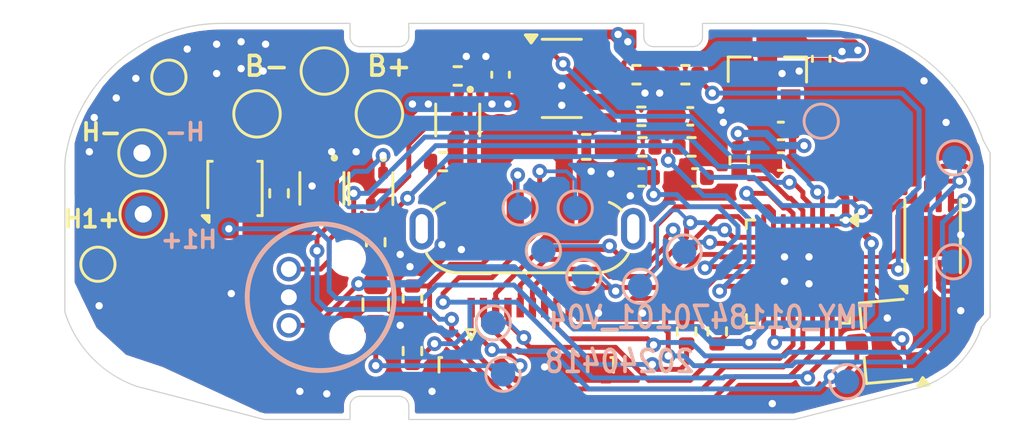
<source format=kicad_pcb>
(kicad_pcb (version 20241229) (generator "pcbnew") (generator_version "9.0")
  (layers (0 "F.Cu" signal) (2 "B.Cu" signal) (13 "F.Paste" user) (15 "B.Paste" user) (5 "F.SilkS" user "F.Silkscreen") (7 "B.SilkS" user "B.Silkscreen") (1 "F.Mask" user) (3 "B.Mask" user) (25 "Edge.Cuts" user))
  (net 0 "")
  (net 2 "Net-(J1-Pin_1)")
  (net 7 "GND")
  (net 10 "/~{NOR_CS}")
  (net 11 "/NOR_PWR")
  (net 12 "/PA2")
  (net 13 "/PA3")
  (net 14 "/PA4")
  (net 15 "/PA10")
  (net 16 "/PA1")
  (net 17 "/BL")
  (net 18 "/SWDIO")
  (net 19 "/SWCLK")
  (net 20 "Net-(Q1-G)")
  (net 21 "+4V")
  (net 22 "/HTR")
  (net 23 "Net-(Q3-C)")
  (net 24 "Net-(Q4-D)")
  (net 25 "Net-(F1-Pad1)")
  (net 26 "/VBAT_SENSE")
  (net 27 "/NRST")
  (net 28 "/~{CHRG}")
  (net 29 "Net-(U3-PROG)")
  (net 30 "/CHRG_CUR")
  (net 31 "Net-(U3-VCC)")
  (net 32 "Net-(C4-Pad1)")
  (net 33 "/VBUS_SENSE")
  (net 34 "/MIC")
  (net 35 "/HTR_SENSE")
  (net 36 "/~{HTR_SNS_EN}")
  (net 37 "+3V3")
  (net 39 "/SPI_SCK")
  (net 40 "/SPI_MOSI")
  (net 41 "/SPI_MISO")
  (net 42 "/LED_CATHODE")
  (net 43 "/LED_ANODE")
  (footprint "Capacitor_SMD:C_0402_1005Metric" (layer "F.Cu") (at 151.35 94.55 180)
    (property "Reference" "C3" (hide yes))
    (property "Value" "0.1uF")
  )
  (footprint "TestPoint:TestPoint_Pad_D1.0mm" (layer "F.Cu") (at 126.95 98.1)
    (property "Reference" "TP15" (hide yes))
    (property "Value" "H1+")
  )
  (footprint "Resistor_SMD:R_0402_1005Metric" (layer "F.Cu") (at 141.05 93.9 180)
    (property "Reference" "R3" (hide yes))
    (property "Value" "30K")
  )
  (footprint "Package_SO:TSOP-5_1.65x3.05mm_P0.95mm" (layer "F.Cu") (at 145.9 90.5)
    (property "Reference" "U3" (hide yes))
    (property "Value" "TP4054")
  )
  (footprint "TestPoint:TestPoint_THTPad_D1.5mm_Drill0.7mm" (layer "F.Cu") (at 128.75 93.55)
    (property "Reference" "J2" (hide yes))
    (property "Value" "H-")
  )
  (footprint "Resistor_SMD:R_0402_1005Metric" (layer "F.Cu") (at 149.2 93.3 180)
    (property "Reference" "R9" (hide yes))
    (property "Value" "10K")
  )
  (footprint "Package_DFN_QFN:QFN-32-1EP_4x4mm_P0.4mm_EP2.9x2.9mm" (layer "F.Cu") (at 155.55 98.4 -90)
    (property "Reference" "U1" (hide yes))
    (property "Value" "CS32F031K8V6")
  )
  (footprint "VapeRE:UNK_FPC_1x10-1MP_P0.5mm_Horizontal" (layer "F.Cu") (at 144.45 99.875)
    (property "Reference" "J3" (hide yes))
    (property "Value" "LCD")
  )
  (footprint "TestPoint:TestPoint_Pad_D1.5mm" (layer "F.Cu") (at 136.2 90.2)
    (property "Reference" "TP17" (hide yes))
    (property "Value" "B+")
  )
  (footprint "TestPoint:TestPoint_Pad_D1.0mm" (layer "F.Cu") (at 129.85 90.45)
    (property "Reference" "TP16" (hide yes))
    (property "Value" "H-")
  )
  (footprint "VapeRE:USB_C_Receptacle_TYPE-C-VERT" (layer "F.Cu") (at 144.5 96.65)
    (property "Reference" "USB1" (hide yes))
    (property "Value" "USB_C_Receptacle_PowerOnly_6P")
  )
  (footprint "Package_SON:Texas_DQK" (layer "F.Cu") (at 132.55 95 90)
    (property "Reference" "Q1" (hide yes))
    (property "Value" "12P10V")
  )
  (footprint "Package_TO_SOT_SMD:SOT-523" (layer "F.Cu") (at 136.1 95 -90)
    (property "Reference" "Q2" (hide yes))
    (property "Value" "DTC143E")
  )
  (footprint "Resistor_SMD:R_0402_1005Metric" (layer "F.Cu") (at 139.8 99.5 90)
    (property "Reference" "R11" (hide yes))
    (property "Value" "5.1K")
  )
  (footprint "Capacitor_SMD:C_0402_1005Metric" (layer "F.Cu") (at 143.4 90.35 90)
    (property "Reference" "C1" (hide yes))
    (property "Value" "1uF")
  )
  (footprint "Capacitor_SMD:C_0402_1005Metric" (layer "F.Cu") (at 151.15 92.05)
    (property "Reference" "C4" (hide yes))
    (property "Value" "4.7uF")
  )
  (footprint "Resistor_SMD:R_0603_1608Metric" (layer "F.Cu") (at 138.3 99.75 90)
    (property "Reference" "R5" (hide yes))
    (property "Value" "2")
  )
  (footprint "Capacitor_SMD:C_0402_1005Metric" (layer "F.Cu") (at 149.15 94.55 180)
    (property "Reference" "C2" (hide yes))
    (property "Value" "0.01uF")
  )
  (footprint "Resistor_SMD:R_0402_1005Metric" (layer "F.Cu") (at 141.65 90.4)
    (property "Reference" "R2" (hide yes))
    (property "Value" "10K")
  )
  (footprint "Capacitor_SMD:C_0402_1005Metric" (layer "F.Cu") (at 156.5 89.7 -90)
    (property "Reference" "C7" (hide yes))
    (property "Value" "4.7uF")
  )
  (footprint "Resistor_SMD:R_0402_1005Metric" (layer "F.Cu") (at 152.25 100.85 90)
    (property "Reference" "R14" (hide yes))
    (property "Value" "2K")
  )
  (footprint "Resistor_SMD:R_0402_1005Metric" (layer "F.Cu") (at 151 100.85 90)
    (property "Reference" "R13" (hide yes))
    (property "Value" "1K")
  )
  (footprint "Resistor_SMD:R_0402_1005Metric" (layer "F.Cu") (at 134.35 95.2 -90)
    (property "Reference" "R1" (hide yes))
    (property "Value" "1K")
  )
  (footprint "Package_SON:Winbond_USON-8-1EP_3x2mm_P0.5mm_EP0.2x1.6mm" (layer "F.Cu") (at 161.05 96.95 90)
    (property "Reference" "U2" (hide yes))
    (property "Value" "ZB 25VQ32")
  )
  (footprint "Resistor_SMD:R_0402_1005Metric" (layer "F.Cu") (at 148.95 90.35 180)
    (property "Reference" "R6" (hide yes))
    (property "Value" "1K")
  )
  (footprint "Resistor_SMD:R_0402_1005Metric" (layer "F.Cu") (at 153.15 93.85 90)
    (property "Reference" "R15" (hide yes))
    (property "Value" "10K")
  )
  (footprint "TestPoint:TestPoint_THTPad_D1.5mm_Drill0.7mm" (layer "F.Cu") (at 128.8 96.05)
    (property "Reference" "J1" (hide yes))
    (property "Value" "H1+")
  )
  (footprint "Capacitor_SMD:C_0402_1005Metric" (layer "F.Cu") (at 154.85 92.65 180)
    (property "Reference" "C5" (hide yes))
    (property "Value" "4.7uF")
  )
  (footprint "Resistor_SMD:R_0402_1005Metric" (layer "F.Cu") (at 151.2 93.3 180)
    (property "Reference" "R10" (hide yes))
    (property "Value" "1K")
  )
  (footprint "Fuse:Fuse_0603_1608Metric" (layer "F.Cu") (at 146.9 93.3)
    (property "Reference" "F1" (hide yes))
    (property "Value" "Polyfuse_Small")
  )
  (footprint "TestPoint:TestPoint_Pad_D1.5mm" (layer "F.Cu") (at 138.45 91.95)
    (property "Reference" "TP1" (hide yes))
    (property "Value" "B+")
  )
  (footprint "Active:SOT95P230X117-3" (layer "F.Cu") (at 154.3 90.4 90)
    (property "Reference" "U4" (hide yes))
    (property "Value" "LDO")
  )
  (footprint "TestPoint:TestPoint_Pad_D1.5mm" (layer "F.Cu") (at 133.45 91.95)
    (property "Reference" "TP2" (hide yes))
    (property "Value" "B-")
  )
  (footprint "Package_TO_SOT_SMD:SOT-523" (layer "F.Cu") (at 141.65 92.2 -90)
    (property "Reference" "Q4" (hide yes))
    (property "Value" "CJE3139K")
  )
  (footprint "Package_TO_SOT_SMD:SOT-523" (layer "F.Cu") (at 138.1 95.0125 -90)
    (property "Reference" "Q3" (hide yes))
    (property "Value" "DTC143E")
  )
  (footprint "Package_TO_SOT_SMD:SC-59" (layer "F.Cu") (at 159.15 101.25 -175)
    (property "Reference" "Q5" (hide yes))
    (property "Value" "LMUN2232LT1G")
  )
  (footprint "Resistor_SMD:R_0402_1005Metric" (layer "F.Cu") (at 138.3 97.2 90)
    (property "Reference" "R4" (hide yes))
    (property "Value" "10K")
  )
  (footprint "Resistor_SMD:R_0402_1005Metric" (layer "F.Cu") (at 150.95 90.35 180)
    (property "Reference" "R7" (hide yes))
    (property "Value" "1.8K")
  )
  (footprint "Capacitor_SMD:C_0402_1005Metric" (layer "F.Cu") (at 154.85 93.9 180)
    (property "Reference" "C6" (hide yes))
    (property "Value" "0.1uF")
  )
  (footprint "Resistor_SMD:R_0402_1005Metric" (layer "F.Cu") (at 149.15 92.05 180)
    (property "Reference" "R8" (hide yes))
    (property "Value" "2")
  )
  (footprint "Resistor_SMD:R_0402_1005Metric" (layer "F.Cu") (at 139.8 101.65 -90)
    (property "Reference" "R12" (hide yes))
    (property "Value" "5.1K")
  )
  (footprint "TestPoint:TestPoint_Pad_D1.0mm" (layer "B.Cu") (at 143.1 100.5)
    (property "Reference" "TP13" (hide yes))
    (property "Value" "PA10")
  )
  (footprint "TestPoint:TestPoint_Pad_D1.0mm" (layer "B.Cu") (at 156.5 92.25)
    (property "Reference" "TP14" (hide yes))
    (property "Value" "GND")
  )
  (footprint "TestPoint:TestPoint_Pad_D1.0mm" (layer "B.Cu") (at 144.2 95.8)
    (property "Reference" "TP3" (hide yes))
    (property "Value" "SWDIO")
  )
  (footprint "TestPoint:TestPoint_Pad_D1.0mm" (layer "B.Cu") (at 161.9 98)
    (property "Reference" "TP10" (hide yes))
    (property "Value" "DI" (hide yes))
  )
  (footprint "TestPoint:TestPoint_Pad_D1.0mm" (layer "B.Cu") (at 146.8 98.6)
    (property "Reference" "TP6" (hide yes))
    (property "Value" "PA2")
  )
  (footprint "TestPoint:TestPoint_Pad_D1.0mm" (layer "B.Cu") (at 149.1 99)
    (property "Reference" "TP7" (hide yes))
    (property "Value" "PA3")
  )
  (footprint "TestPoint:TestPoint_Pad_D1.0mm" (layer "B.Cu") (at 143.5 102.6)
    (property "Reference" "TP12" (hide yes))
    (property "Value" "BL_A")
  )
  (footprint "Active:MIC_3P_Alt" (layer "B.Cu") (at 134.75 99.45)
    (property "Reference" "MIC1" (hide yes))
    (property "Value" "Conn_01x03")
  )
  (footprint "TestPoint:TestPoint_Pad_D1.0mm" (layer "B.Cu") (at 146.45 95.8)
    (property "Reference" "TP4" (hide yes))
    (property "Value" "SWCLK" (hide yes))
  )
  (footprint "TestPoint:TestPoint_Pad_D1.0mm" (layer "B.Cu") (at 145.15 97.55)
    (property "Reference" "TP5" (hide yes))
    (property "Value" "PA1")
  )
  (footprint "TestPoint:TestPoint_Pad_D1.0mm" (layer "B.Cu") (at 150.9 97.6)
    (property "Reference" "TP8" (hide yes))
    (property "Value" "PA4")
  )
  (footprint "TestPoint:TestPoint_Pad_D1.0mm" (layer "B.Cu") (at 161.95 93.75)
    (property "Reference" "TP9" (hide yes))
    (property "Value" "CLK" (hide yes))
  )
  (footprint "TestPoint:TestPoint_Pad_D1.0mm" (layer "B.Cu") (at 157.55 102.9)
    (property "Reference" "TP11" (hide yes))
    (property "Value" "BL_K")
  )
  (gr_arc (start 156.69974 88.25) (mid 160.631454 89.640828) (end 163.105802 92.997966) (stroke (width 0.05)) (layer "Edge.Cuts"))
  (gr_line (start 149.25 88.25) (end 149.25 88.8) (stroke (width 0.05)) (layer "Edge.Cuts"))
  (gr_line (start 140.35 88.25) (end 149.25 88.25) (stroke (width 0.05)) (layer "Edge.Cuts"))
  (gr_arc (start 128.55 103.1) (mid 126.712529 101.925674) (end 125.600507 100.049842) (stroke (width 0.05)) (layer "Edge.Cuts"))
  (gr_arc (start 137.25 103.9) (mid 137.367157 103.617157) (end 137.65 103.5) (stroke (width 0.05)) (layer "Edge.Cuts"))
  (gr_arc (start 139.65 88.8) (mid 139.532843 89.082843) (end 139.25 89.2) (stroke (width 0.05)) (layer "Edge.Cuts"))
  (gr_line (start 137.65 89.2) (end 139.25 89.2) (stroke (width 0.05)) (layer "Edge.Cuts"))
  (gr_arc (start 163.048341 100.649466) (mid 162.082328 102.213782) (end 160.5 103.15) (stroke (width 0.05)) (layer "Edge.Cuts"))
  (gr_line (start 149.65 89.2) (end 151.25 89.2) (stroke (width 0.05)) (layer "Edge.Cuts"))
  (gr_line (start 137.25 103.9) (end 137.25 104.45) (stroke (width 0.05)) (layer "Edge.Cuts"))
  (gr_line (start 151.65 88.8) (end 151.65 88.25) (stroke (width 0.05)) (layer "Edge.Cuts"))
  (gr_line (start 137.25 104.45) (end 133.75 104.45) (stroke (width 0.05)) (layer "Edge.Cuts"))
  (gr_arc (start 125.619906 93.752955) (mid 127.787278 89.815794) (end 132 88.25) (stroke (width 0.05)) (layer "Edge.Cuts"))
  (gr_arc (start 139.25 103.5) (mid 139.532843 103.617157) (end 139.65 103.9) (stroke (width 0.05)) (layer "Edge.Cuts"))
  (gr_line (start 155.4 104.45) (end 139.65 104.45) (stroke (width 0.05)) (layer "Edge.Cuts"))
  (gr_line (start 139.25 103.5) (end 137.65 103.5) (stroke (width 0.05)) (layer "Edge.Cuts"))
  (gr_arc (start 149.65 89.2) (mid 149.367157 89.082843) (end 149.25 88.8) (stroke (width 0.05)) (layer "Edge.Cuts"))
  (gr_line (start 160.5 103.15) (end 155.4 104.45) (stroke (width 0.05)) (layer "Edge.Cuts"))
  (gr_line (start 139.65 104.45) (end 139.65 103.9) (stroke (width 0.05)) (layer "Edge.Cuts"))
  (gr_line (start 125.62 93.75) (end 125.6 94.05) (stroke (width 0.05)) (layer "Edge.Cuts"))
  (gr_line (start 133.75 104.45) (end 128.55 103.1) (stroke (width 0.05)) (layer "Edge.Cuts"))
  (gr_arc (start 151.65 88.8) (mid 151.532843 89.082843) (end 151.25 89.2) (stroke (width 0.05)) (layer "Edge.Cuts"))
  (gr_line (start 125.6 100.05) (end 125.6 94.05) (stroke (width 0.05)) (layer "Edge.Cuts"))
  (gr_line (start 163.4 100.25) (end 163.05 100.65) (stroke (width 0.05)) (layer "Edge.Cuts"))
  (gr_line (start 139.65 88.25) (end 140.35 88.25) (stroke (width 0.05)) (layer "Edge.Cuts"))
  (gr_line (start 132 88.25) (end 137.25 88.25) (stroke (width 0.05)) (layer "Edge.Cuts"))
  (gr_line (start 139.65 88.8) (end 139.65 88.25) (stroke (width 0.05)) (layer "Edge.Cuts"))
  (gr_line (start 163.1 93) (end 163.4 93.55) (stroke (width 0.05)) (layer "Edge.Cuts"))
  (gr_line (start 137.25 88.25) (end 137.25 88.8) (stroke (width 0.05)) (layer "Edge.Cuts"))
  (gr_line (start 151.65 88.25) (end 156.7 88.25) (stroke (width 0.05)) (layer "Edge.Cuts"))
  (gr_line (start 163.4 93.55) (end 163.4 100.25) (stroke (width 0.05)) (layer "Edge.Cuts"))
  (gr_arc (start 137.65 89.2) (mid 137.367157 89.082843) (end 137.25 88.8) (stroke (width 0.05)) (layer "Edge.Cuts"))
  (gr_text "H1+" (at 131.9 97.5 0) (layer "B.SilkS") (effects (font (size 0.7 0.7) (thickness 0.15) (bold yes)) (justify left bottom mirror)))
  (gr_text "H-" (at 131.4 93.1 0) (layer "B.SilkS") (effects (font (size 0.7 0.7) (thickness 0.15) (bold yes)) (justify left bottom mirror)))
  (gr_text "TMY_0118470101_V04" (at 158.7 100.8 0) (layer "B.SilkS") (effects (font (size 0.9 0.8) (thickness 0.15) (bold yes)) (justify left bottom mirror)))
  (gr_text "20240418" (at 151.4 102.6 0) (layer "B.SilkS") (effects (font (size 0.9 0.8) (thickness 0.15) (bold yes)) (justify left bottom mirror)))
  (segment (start 150.75 102.4) (end 149.8 102.4) (width 0.2) (layer "F.Cu") (net 2))
  (segment (start 149.8 102.4) (end 149.6 102.2) (width 0.2) (layer "F.Cu") (net 2))
  (segment (start 151 101.36) (end 151 102.15) (width 0.2) (layer "F.Cu") (net 2))
  (segment (start 151 102.15) (end 150.75 102.4) (width 0.2) (layer "F.Cu") (net 2))
  (via (at 132.3 96.65) (size 0.6) (drill 0.3) (layers "F.Cu" "B.Cu") (net 2))
  (via (at 149.6 102.2) (size 0.6) (drill 0.3) (layers "F.Cu" "B.Cu") (net 2))
  (segment (start 136.7 99.5) (end 136.4 99.2) (width 0.2) (layer "B.Cu") (net 2))
  (segment (start 136.4 97.15) (end 135.9 96.65) (width 0.2) (layer "B.Cu") (net 2))
  (segment (start 140.8 98.95) (end 140.25 99.5) (width 0.2) (layer "B.Cu") (net 2))
  (segment (start 143.1 98.95) (end 140.8 98.95) (width 0.2) (layer "B.Cu") (net 2))
  (segment (start 146.2 101.2) (end 143.95 98.95) (width 0.2) (layer "B.Cu") (net 2))
  (segment (start 147.2 102.2) (end 146.2 101.2) (width 0.2) (layer "B.Cu") (net 2))
  (segment (start 143.95 98.95) (end 143.1 98.95) (width 0.2) (layer "B.Cu") (net 2))
  (segment (start 149.6 102.2) (end 147.2 102.2) (width 0.2) (layer "B.Cu") (net 2))
  (segment (start 136.4 97.6) (end 136.4 97.15) (width 0.2) (layer "B.Cu") (net 2))
  (segment (start 136.4 99.2) (end 136.4 97.6) (width 0.2) (layer "B.Cu") (net 2))
  (segment (start 135.9 96.65) (end 132.3 96.65) (width 0.2) (layer "B.Cu") (net 2))
  (segment (start 140.25 99.5) (end 136.7 99.5) (width 0.2) (layer "B.Cu") (net 2))
  (segment (start 157.55 97.4) (end 156.55 97.4) (width 0.15) (layer "F.Cu") (net 7))
  (segment (start 156.55 97.4) (end 155.55 98.4) (width 0.15) (layer "F.Cu") (net 7))
  (via (at 149.2 100.1) (size 0.6) (drill 0.3) (layers "F.Cu" "B.Cu") (net 7))
  (via (at 131.8 89.1) (size 0.6) (drill 0.3) (layers "F.Cu" "B.Cu") (net 7))
  (via (at 132.4 99.3) (size 0.6) (drill 0.3) (layers "F.Cu" "B.Cu") (net 7))
  (via (at 127 99.8) (size 0.6) (drill 0.3) (layers "F.Cu" "B.Cu") (net 7))
  (via (at 152.5 92.3) (size 0.6) (drill 0.3) (layers "F.Cu" "B.Cu") (net 7))
  (via (at 154.9 90.3) (size 0.6) (drill 0.3) (layers "F.Cu" "B.Cu") (net 7))
  (via (at 126.8 92.1) (size 0.6) (drill 0.3) (layers "F.Cu" "B.Cu") (net 7))
  (via (at 148.7 95.3) (size 0.6) (drill 0.3) (layers "F.Cu" "B.Cu") (net 7))
  (via (at 162.2 96.9) (size 0.6) (drill 0.3) (layers "F.Cu" "B.Cu") (net 7))
  (via (at 139.3 100.6) (size 0.6) (drill 0.3) (layers "F.Cu" "B.Cu") (net 7))
  (via (at 161.6 92.3) (size 0.6) (drill 0.3) (layers "F.Cu" "B.Cu") (net 7))
  (via (at 142.8 89.6) (size 0.6) (drill 0.3) (layers "F.Cu" "B.Cu") (net 7))
  (via (at 133.8 89.1) (size 0.6) (drill 0.3) (layers "F.Cu" "B.Cu") (net 7))
  (via (at 145.2 102.3) (size 0.6) (drill 0.3) (layers "F.Cu" "B.Cu") (net 7))
  (via (at 141.8 97.5) (size 0.6) (drill 0.3) (layers "F.Cu" "B.Cu") (net 7))
  (via (at 152.4 91.8) (size 0.6) (drill 0.3) (layers "F.Cu" "B.Cu") (net 7))
  (via (at 132.8 90.1) (size 0.6) (drill 0.3) (layers "F.Cu" "B.Cu") (net 7))
  (via (at 142 89.6) (size 0.6) (drill 0.3) (layers "F.Cu" "B.Cu") (net 7))
  (via (at 156 97.8) (size 0.6) (drill 0.3) (layers "F.Cu" "B.Cu") (net 7))
  (via (at 128.5 90.5) (size 0.6) (drill 0.3) (layers "F.Cu" "B.Cu") (net 7))
  (via (at 132.8 89) (size 0.6) (drill 0.3) (layers "F.Cu" "B.Cu") (net 7))
  (via (at 160.7 90.6) (size 0.6) (drill 0.3) (layers "F.Cu" "B.Cu") (net 7))
  (via (at 127.7 91.3) (size 0.6) (drill 0.3) (layers "F.Cu" "B.Cu") (net 7))
  (via (at 162.2 100) (size 0.6) (drill 0.3) (layers "F.Cu" "B.Cu") (net 7))
  (via (at 131.8 90.3) (size 0.6) (drill 0.3) (layers "F.Cu" "B.Cu") (net 7))
  (via (at 139.3 97.7) (size 0.6) (drill 0.3) (layers "F.Cu" "B.Cu") (net 7))
  (via (at 130.6 89.3) (size 0.6) (drill 0.3) (layers "F.Cu" "B.Cu") (net 7))
  (via (at 140.6 103.3) (size 0.6) (drill 0.3) (layers "F.Cu" "B.Cu") (net 7))
  (via (at 154.5 103.8) (size 0.6) (drill 0.3) (layers "F.Cu" "B.Cu") (net 7))
  (via (at 136.5 93.5) (size 0.6) (drill 0.3) (layers "F.Cu" "B.Cu") (net 7))
  (via (at 155 97.8) (size 0.6) (drill 0.3) (layers "F.Cu" "B.Cu") (net 7))
  (via (at 139.7 98.2) (size 0.6) (drill 0.3) (layers "F.Cu" "B.Cu") (net 7))
  (via (at 135.2 103.3) (size 0.6) (drill 0.3) (layers "F.Cu" "B.Cu") (net 7))
  (via (at 159.2 100.3) (size 0.6) (drill 0.3) (layers "F.Cu" "B.Cu") (net 7))
  (via (at 147.4 100.1) (size 0.6) (drill 0.3) (layers "F.Cu" "B.Cu") (net 7))
  (via (at 136.3 103.4) (size 0.6) (drill 0.3) (layers "F.Cu" "B.Cu") (net 7))
  (via (at 147.9 94.4) (size 0.6) (drill 0.3) (layers "F.Cu" "B.Cu") (net 7))
  (via (at 133.7 90.2) (size 0.6) (drill 0.3) (layers "F.Cu" "B.Cu") (net 7))
  (via (at 145.9 90.8) (size 0.6) (drill 0.3) (layers "F.Cu" "B.Cu") (net 7))
  (via (at 137.5 93.5) (size 0.6) (drill 0.3) (layers "F.Cu" "B.Cu") (net 7))
  (via (at 145.9 91.6) (size 0.6) (drill 0.3) (layers "F.Cu" "B.Cu") (net 7))
  (via (at 126.6 93.5) (size 0.6) (drill 0.3) (layers "F.Cu" "B.Cu") (net 7))
  (via (at 156 98.9) (size 0.6) (drill 0.3) (layers "F.Cu" "B.Cu") (net 7))
  (via (at 141 97.3) (size 0.6) (drill 0.3) (layers "F.Cu" "B.Cu") (net 7))
  (via (at 155 98.8) (size 0.6) (drill 0.3) (layers "F.Cu" "B.Cu") (net 7))
  (via (at 147.1 94.3) (size 0.6) (drill 0.3) (layers "F.Cu" "B.Cu") (net 7))
  (via (at 149.3 91.1) (size 0.6) (drill 0.3) (layers "F.Cu" "B.Cu") (net 7))
  (via (at 155.6 90.2) (size 0.6) (drill 0.3) (layers "F.Cu" "B.Cu") (net 7))
  (via (at 135.7 94.9) (size 0.6) (drill 0.3) (layers "F.Cu" "B.Cu") (net 7))
  (via (at 149.9 91.1) (size 0.6) (drill 0.3) (layers "F.Cu" "B.Cu") (net 7))
  (segment (start 160 98.9) (end 159.15 98.9) (width 0.2) (layer "F.Cu") (net 10))
  (segment (start 160.3 98.6) (end 160 98.9) (width 0.2) (layer "F.Cu") (net 10))
  (segment (start 159.15 98.9) (end 158.85 98.6) (width 0.2) (layer "F.Cu") (net 10))
  (segment (start 158.85 98.6) (end 157.55 98.6) (width 0.2) (layer "F.Cu") (net 10))
  (segment (start 160.3 98.375) (end 160.3 98.6) (width 0.2) (layer "F.Cu") (net 10))
  (segment (start 162.9 98.9) (end 162.6 99.2) (width 0.2) (layer "F.Cu") (net 11))
  (segment (start 159.3 95.95) (end 158.15 95.95) (width 0.2) (layer "F.Cu") (net 11))
  (segment (start 161.3 99.05) (end 161.3 98.375) (width 0.2) (layer "F.Cu") (net 11))
  (segment (start 158.95 97.8) (end 159.3 97.45) (width 0.15) (layer "F.Cu") (net 11))
  (segment (start 160.8 95.525) (end 160.3 95.525) (width 0.2) (layer "F.Cu") (net 11))
  (segment (start 159.3 97.45) (end 159.3 95.95) (width 0.15) (layer "F.Cu") (net 11))
  (segment (start 160.3 95.525) (end 159.725 95.525) (width 0.2) (layer "F.Cu") (net 11))
  (segment (start 157.55 97.8) (end 158.95 97.8) (width 0.15) (layer "F.Cu") (net 11))
  (segment (start 161.45 99.2) (end 161.3 99.05) (width 0.2) (layer "F.Cu") (net 11))
  (segment (start 138.6 94.3675) (end 138.6 93.65) (width 0.2) (layer "F.Cu") (net 11))
  (segment (start 161.45 94.1) (end 162.4 94.1) (width 0.2) (layer "F.Cu") (net 11))
  (segment (start 159.725 95.525) (end 159.3 95.95) (width 0.2) (layer "F.Cu") (net 11))
  (segment (start 160.8 95.525) (end 160.8 94.75) (width 0.2) (layer "F.Cu") (net 11))
  (segment (start 162.4 94.1) (end 162.9 94.6) (width 0.2) (layer "F.Cu") (net 11))
  (segment (start 160.8 94.75) (end 161.45 94.1) (width 0.2) (layer "F.Cu") (net 11))
  (segment (start 162.6 99.2) (end 161.45 99.2) (width 0.2) (layer "F.Cu") (net 11))
  (segment (start 162.9 94.6) (end 162.9 98.9) (width 0.2) (layer "F.Cu") (net 11))
  (via (at 138.6 93.65) (size 0.6) (drill 0.3) (layers "F.Cu" "B.Cu") (net 11))
  (via (at 158.15 95.95) (size 0.6) (drill 0.3) (layers "F.Cu" "B.Cu") (net 11))
  (segment (start 137.05 94.7) (end 137.45 94.3) (width 0.2) (layer "B.Cu") (net 11))
  (segment (start 137.8 94.3) (end 137.95 94.3) (width 0.2) (layer "B.Cu") (net 11))
  (segment (start 157.25 95.55) (end 157.1 95.7) (width 0.2) (layer "B.Cu") (net 11))
  (segment (start 157.1 95.7) (end 154.9 95.7) (width 0.2) (layer "B.Cu") (net 11))
  (segment (start 136.85 95.4) (end 136.85 94.9) (width 0.2) (layer "B.Cu") (net 11))
  (segment (start 137.2 95.75) (end 136.85 95.4) (width 0.2) (layer "B.Cu") (net 11))
  (segment (start 151.35 93.95) (end 150.65 93.25) (width 0.2) (layer "B.Cu") (net 11))
  (segment (start 150.65 93.25) (end 150.45 93.25) (width 0.2) (layer "B.Cu") (net 11))
  (segment (start 154.9 95.7) (end 153.75 94.55) (width 0.2) (layer "B.Cu") (net 11))
  (segment (start 140.75 93.25) (end 140.4 93.6) (width 0.2) (layer "B.Cu") (net 11))
  (segment (start 136.85 94.9) (end 137.05 94.7) (width 0.2) (layer "B.Cu") (net 11))
  (segment (start 157.75 95.55) (end 157.55 95.55) (width 0.2) (layer "B.Cu") (net 11))
  (segment (start 158.15 95.95) (end 157.75 95.55) (width 0.2) (layer "B.Cu") (net 11))
  (segment (start 157.55 95.55) (end 157.25 95.55) (width 0.2) (layer "B.Cu") (net 11))
  (segment (start 138.25 95.75) (end 137.75 95.75) (width 0.2) (layer "B.Cu") (net 11))
  (segment (start 151.95 94.55) (end 151.35 93.95) (width 0.2) (layer "B.Cu") (net 11))
  (segment (start 153.75 94.55) (end 151.95 94.55) (width 0.2) (layer "B.Cu") (net 11))
  (segment (start 137.95 94.3) (end 138.6 93.65) (width 0.2) (layer "B.Cu") (net 11))
  (segment (start 150.45 93.25) (end 140.75 93.25) (width 0.2) (layer "B.Cu") (net 11))
  (segment (start 140.4 93.6) (end 138.25 95.75) (width 0.2) (layer "B.Cu") (net 11))
  (segment (start 137.75 95.75) (end 137.2 95.75) (width 0.2) (layer "B.Cu") (net 11))
  (segment (start 137.45 94.3) (end 137.8 94.3) (width 0.2) (layer "B.Cu") (net 11))
  (segment (start 145.2 99.875) (end 145.2 99.05) (width 0.2) (layer "F.Cu") (net 12))
  (segment (start 152.25 96.15) (end 153.1 96.15) (width 0.2) (layer "F.Cu") (net 12))
  (segment (start 151.35 97.05) (end 152.25 96.15) (width 0.2) (layer "F.Cu") (net 12))
  (segment (start 154.1 96.45) (end 154.15 96.4) (width 0.2) (layer "F.Cu") (net 12))
  (segment (start 148.25 99.05) (end 149.75 99.05) (width 0.2) (layer "F.Cu") (net 12))
  (segment (start 147.3 98.7) (end 147.6 99) (width 0.2) (layer "F.Cu") (net 12))
  (segment (start 148.05 99.05) (end 148.05 99.15) (width 0.2) (layer "F.Cu") (net 12))
  (segment (start 153.1 96.15) (end 153.4 96.45) (width 0.2) (layer "F.Cu") (net 12))
  (segment (start 148.05 99.15) (end 148.1 99.2) (width 0.2) (layer "F.Cu") (net 12))
  (segment (start 147.6 99) (end 147.65 99.05) (width 0.2) (layer "F.Cu") (net 12))
  (segment (start 147.65 99.05) (end 148.05 99.05) (width 0.2) (layer "F.Cu") (net 12))
  (segment (start 148.1 99.2) (end 148.25 99.05) (width 0.2) (layer "F.Cu") (net 12))
  (segment (start 149.75 99.05) (end 151.35 97.45) (width 0.2) (layer "F.Cu") (net 12))
  (segment (start 145.2 99.05) (end 145.55 98.7) (width 0.2) (layer "F.Cu") (net 12))
  (segment (start 145.55 98.7) (end 147.3 98.7) (width 0.2) (layer "F.Cu") (net 12))
  (segment (start 153.4 96.45) (end 154.1 96.45) (width 0.2) (layer "F.Cu") (net 12))
  (segment (start 151.35 97.45) (end 151.35 97.05) (width 0.2) (layer "F.Cu") (net 12))
  (via (at 148.1 99.2) (size 0.6) (drill 0.3) (layers "F.Cu" "B.Cu") (net 12))
  (segment (start 147.5 98.6) (end 146.8 98.6) (width 0.15) (layer "B.Cu") (net 12))
  (segment (start 148.1 99.2) (end 147.5 98.6) (width 0.15) (layer "B.Cu") (net 12))
  (segment (start 151 96.75) (end 151 96.55) (width 0.2) (layer "F.Cu") (net 13))
  (segment (start 152.9 97) (end 152.8 96.9) (width 0.2) (layer "F.Cu") (net 13))
  (segment (start 147.55 98.3) (end 147.85 98.6) (width 0.2) (layer "F.Cu") (net 13))
  (segment (start 144.7 99.05) (end 145.45 98.3) (width 0.2) (layer "F.Cu") (net 13))
  (segment (start 144.7 99.875) (end 144.7 99.05) (width 0.2) (layer "F.Cu") (net 13))
  (segment (start 153.55 97) (end 152.9 97) (width 0.2) (layer "F.Cu") (net 13))
  (segment (start 151 97) (end 151 96.75) (width 0.2) (layer "F.Cu") (net 13))
  (segment (start 151 96.55) (end 151.15 96.4) (width 0.2) (layer "F.Cu") (net 13))
  (segment (start 150.4 97.6) (end 151 97) (width 0.2) (layer "F.Cu") (net 13))
  (segment (start 152.6 96.7) (end 152.55 96.7) (width 0.2) (layer "F.Cu") (net 13))
  (segment (start 152.8 96.9) (end 152.6 96.7) (width 0.2) (layer "F.Cu") (net 13))
  (segment (start 149.4 98.6) (end 150.4 97.6) (width 0.2) (layer "F.Cu") (net 13))
  (segment (start 147.85 98.6) (end 149.4 98.6) (width 0.2) (layer "F.Cu") (net 13))
  (segment (start 145.45 98.3) (end 147.55 98.3) (width 0.2) (layer "F.Cu") (net 13))
  (via (at 151.15 96.4) (size 0.6) (drill 0.3) (layers "F.Cu" "B.Cu") (net 13))
  (via (at 152.55 96.7) (size 0.6) (drill 0.3) (layers "F.Cu" "B.Cu") (net 13))
  (segment (start 152.35 96.7) (end 152.3 96.65) (width 0.2) (layer "B.Cu") (net 13))
  (segment (start 151.15 96.4) (end 150.65 95.9) (width 0.15) (layer "B.Cu") (net 13))
  (segment (start 150.35 95.9) (end 149.8 96.45) (width 0.15) (layer "B.Cu") (net 13))
  (segment (start 152 96.65) (end 151.75 96.4) (width 0.2) (layer "B.Cu") (net 13))
  (segment (start 149.8 96.45) (end 149.8 98.25) (width 0.15) (layer "B.Cu") (net 13))
  (segment (start 151.75 96.4) (end 151.15 96.4) (width 0.2) (layer "B.Cu") (net 13))
  (segment (start 152.3 96.65) (end 152 96.65) (width 0.2) (layer "B.Cu") (net 13))
  (segment (start 149.8 98.25) (end 149.1 98.95) (width 0.15) (layer "B.Cu") (net 13))
  (segment (start 149.1 98.95) (end 149.1 99) (width 0.15) (layer "B.Cu") (net 13))
  (segment (start 152.55 96.7) (end 152.35 96.7) (width 0.2) (layer "B.Cu") (net 13))
  (segment (start 150.65 95.9) (end 150.35 95.9) (width 0.15) (layer "B.Cu") (net 13))
  (segment (start 152 97.25) (end 151.95 97.2) (width 0.2) (layer "F.Cu") (net 14))
  (segment (start 152.7 97.4) (end 152.55 97.25) (width 0.2) (layer "F.Cu") (net 14))
  (segment (start 144.6 98.55) (end 145.25 97.9) (width 0.2) (layer "F.Cu") (net 14))
  (segment (start 150.15 97) (end 150.45 96.7) (width 0.2) (layer "F.Cu") (net 14))
  (segment (start 150.15 97.15) (end 150.15 97) (width 0.2) (layer "F.Cu") (net 14))
  (segment (start 147.95 97.9) (end 148.25 98.2) (width 0.2) (layer "F.Cu") (net 14))
  (segment (start 148.25 98.2) (end 149.305026 98.2) (width 0.2) (layer "F.Cu") (net 14))
  (segment (start 146.45 97.9) (end 147.95 97.9) (width 0.2) (layer "F.Cu") (net 14))
  (segment (start 149.527513 97.977513) (end 150.15 97.355026) (width 0.2) (layer "F.Cu") (net 14))
  (segment (start 145.25 97.9) (end 146.45 97.9) (width 0.2) (layer "F.Cu") (net 14))
  (segment (start 150.15 97.355026) (end 150.15 97.15) (width 0.2) (layer "F.Cu") (net 14))
  (segment (start 144.2 98.95) (end 144.6 98.55) (width 0.2) (layer "F.Cu") (net 14))
  (segment (start 153.55 97.4) (end 152.7 97.4) (width 0.2) (layer "F.Cu") (net 14))
  (segment (start 152.55 97.25) (end 152 97.25) (width 0.2) (layer "F.Cu") (net 14))
  (segment (start 144.2 99.875) (end 144.2 98.95) (width 0.2) (layer "F.Cu") (net 14))
  (segment (start 149.305026 98.2) (end 149.527513 97.977513) (width 0.2) (layer "F.Cu") (net 14))
  (via (at 150.45 96.7) (size 0.6) (drill 0.3) (layers "F.Cu" "B.Cu") (net 14))
  (via (at 151.95 97.2) (size 0.6) (drill 0.3) (layers "F.Cu" "B.Cu") (net 14))
  (segment (start 150.95 97.2) (end 151.95 97.2) (width 0.2) (layer "B.Cu") (net 14))
  (segment (start 150.45 96.7) (end 150.95 97.2) (width 0.2) (layer "B.Cu") (net 14))
  (segment (start 144.6 101.5) (end 148.1 101.5) (width 0.2) (layer "F.Cu") (net 15))
  (segment (start 144.2 101) (end 144.3 101.1) (width 0.2) (layer "F.Cu") (net 15))
  (segment (start 143.7 99.875) (end 143.7 100.5) (width 0.2) (layer "F.Cu") (net 15))
  (segment (start 151.15 102.85) (end 152.05 101.95) (width 0.2) (layer "F.Cu") (net 15))
  (segment (start 152.05 101.95) (end 154.8 101.95) (width 0.2) (layer "F.Cu") (net 15))
  (segment (start 154.8 101.95) (end 155.35 101.4) (width 0.2) (layer "F.Cu") (net 15))
  (segment (start 143.7 100.5) (end 144.2 101) (width 0.2) (layer "F.Cu") (net 15))
  (segment (start 149.45 102.85) (end 151.15 102.85) (width 0.2) (layer "F.Cu") (net 15))
  (segment (start 144.3 101.1) (end 144.35 101.1) (width 0.2) (layer "F.Cu") (net 15))
  (segment (start 144.35 101.25) (end 144.6 101.5) (width 0.2) (layer "F.Cu") (net 15))
  (segment (start 148.1 101.5) (end 149.45 102.85) (width 0.2) (layer "F.Cu") (net 15))
  (segment (start 155.35 101.4) (end 155.35 100.4) (width 0.2) (layer "F.Cu") (net 15))
  (segment (start 144.35 101.1) (end 144.35 101.25) (width 0.2) (layer "F.Cu") (net 15))
  (via (at 144.35 101.1) (size 0.6) (drill 0.3) (layers "F.Cu" "B.Cu") (net 15))
  (segment (start 143.75 100.5) (end 144.35 101.1) (width 0.15) (layer "B.Cu") (net 15))
  (segment (start 143.1 100.5) (end 143.75 100.5) (width 0.15) (layer "B.Cu") (net 15))
  (segment (start 154.55 95.95) (end 154.55 96.4) (width 0.2) (layer "F.Cu") (net 16))
  (segment (start 143.2 99.875) (end 143.2 99.3) (width 0.2) (layer "F.Cu") (net 16))
  (segment (start 147.7 97.5) (end 147.85 97.35) (width 0.2) (layer "F.Cu") (net 16))
  (segment (start 147.85 97.35) (end 148.3 97.8) (width 0.2) (layer "F.Cu") (net 16))
  (segment (start 143.55 98.95) (end 145 97.5) (width 0.2) (layer "F.Cu") (net 16))
  (segment (start 146.3 97.5) (end 147.7 97.5) (width 0.2) (layer "F.Cu") (net 16))
  (segment (start 149.75 97.25) (end 149.75 96.55) (width 0.2) (layer "F.Cu") (net 16))
  (segment (start 154.35 95.75) (end 154.55 95.95) (width 0.2) (layer "F.Cu") (net 16))
  (segment (start 148.3 97.8) (end 149.2 97.8) (width 0.2) (layer "F.Cu") (net 16))
  (segment (start 145 97.5) (end 146.3 97.5) (width 0.2) (layer "F.Cu") (net 16))
  (segment (start 149.75 96.55) (end 150.55 95.75) (width 0.2) (layer "F.Cu") (net 16))
  (segment (start 143.2 99.3) (end 143.55 98.95) (width 0.2) (layer "F.Cu") (net 16))
  (segment (start 149.2 97.8) (end 149.75 97.25) (width 0.2) (layer "F.Cu") (net 16))
  (segment (start 150.55 95.75) (end 154.35 95.75) (width 0.2) (layer "F.Cu") (net 16))
  (via (at 147.85 97.35) (size 0.6) (drill 0.3) (layers "F.Cu" "B.Cu") (net 16))
  (segment (start 145.35 97.35) (end 147.85 97.35) (width 0.15) (layer "B.Cu") (net 16))
  (segment (start 145.15 97.55) (end 145.35 97.35) (width 0.15) (layer "B.Cu") (net 16))
  (segment (start 159.85 101.6) (end 160.341799 102.091799) (width 0.2) (layer "F.Cu") (net 17))
  (segment (start 154.55 100.4) (end 154.55 101.25) (width 0.2) (layer "F.Cu") (net 17))
  (segment (start 154.55 101.25) (end 154.6 101.3) (width 0.2) (layer "F.Cu") (net 17))
  (segment (start 160.341799 102.091799) (end 160.428231 102.091799) (width 0.2) (layer "F.Cu") (net 17))
  (segment (start 159.85 101.2) (end 159.85 101.6) (width 0.2) (layer "F.Cu") (net 17))
  (segment (start 159.8 101.15) (end 159.85 101.2) (width 0.2) (layer "F.Cu") (net 17))
  (via (at 154.6 101.3) (size 0.6) (drill 0.3) (layers "F.Cu" "B.Cu") (net 17))
  (via (at 159.8 101.15) (size 0.6) (drill 0.3) (layers "F.Cu" "B.Cu") (net 17))
  (segment (start 154.75 101.15) (end 154.6 101.3) (width 0.2) (layer "B.Cu") (net 17))
  (segment (start 159.8 101.15) (end 154.75 101.15) (width 0.2) (layer "B.Cu") (net 17))
  (segment (start 140.46 98.99) (end 140.5 98.95) (width 0.2) (layer "F.Cu") (net 18))
  (segment (start 156.55 100.4) (end 156.55 101.35) (width 0.2) (layer "F.Cu") (net 18))
  (segment (start 144 94.55) (end 144.1 94.45) (width 0.2) (layer "F.Cu") (net 18))
  (segment (start 142.65 98.1) (end 144 96.75) (width 0.2) (layer "F.Cu") (net 18))
  (segment (start 140.5 100.4) (end 140.5 98.95) (width 0.2) (layer "F.Cu") (net 18))
  (segment (start 139.8 98.99) (end 140.46 98.99) (width 0.2) (layer "F.Cu") (net 18))
  (segment (start 153 102.7) (end 152.1 103.6) (width 0.2) (layer "F.Cu") (net 18))
  (segment (start 143.7 103.6) (end 140.5 100.4) (width 0.2) (layer "F.Cu") (net 18))
  (segment (start 144 95.87) (end 144 94.55) (width 0.2) (layer "F.Cu") (net 18))
  (segment (start 140.5 98.95) (end 141.35 98.1) (width 0.2) (layer "F.Cu") (net 18))
  (segment (start 156.55 101.35) (end 155.2 102.7) (width 0.2) (layer "F.Cu") (net 18))
  (segment (start 144 96.75) (end 144 95.87) (width 0.2) (layer "F.Cu") (net 18))
  (segment (start 152.1 103.6) (end 143.7 103.6) (width 0.2) (layer "F.Cu") (net 18))
  (segment (start 141.35 98.1) (end 142.65 98.1) (width 0.2) (layer "F.Cu") (net 18))
  (segment (start 155.2 102.7) (end 153 102.7) (width 0.2) (layer "F.Cu") (net 18))
  (via (at 144.1 94.45) (size 0.6) (drill 0.3) (layers "F.Cu" "B.Cu") (net 18))
  (segment (start 144.1 95.7) (end 144.1 94.45) (width 0.15) (layer "B.Cu") (net 18))
  (segment (start 144.2 95.8) (end 144.1 95.7) (width 0.15) (layer "B.Cu") (net 18))
  (segment (start 155.95 102.65) (end 155.95 102.75) (width 0.2) (layer "F.Cu") (net 19))
  (segment (start 145 96.7) (end 145 95.87) (width 0.2) (layer "F.Cu") (net 19))
  (segment (start 139.89 102.16) (end 140.7 101.35) (width 0.2) (layer "F.Cu") (net 19))
  (segment (start 141.7 98.65) (end 143.05 98.65) (width 0.2) (layer "F.Cu") (net 19))
  (segment (start 141.05 99.3) (end 141.7 98.65) (width 0.2) (layer "F.Cu") (net 19))
  (segment (start 139.8 102.16) (end 139.89 102.16) (width 0.2) (layer "F.Cu") (net 19))
  (segment (start 156.95 101.65) (end 156.55 102.05) (width 0.2) (layer "F.Cu") (net 19))
  (segment (start 156.95 100.4) (end 156.95 101.65) (width 0.2) (layer "F.Cu") (net 19))
  (segment (start 156.55 102.05) (end 155.95 102.65) (width 0.2) (layer "F.Cu") (net 19))
  (segment (start 143.05 98.65) (end 145 96.7) (width 0.2) (layer "F.Cu") (net 19))
  (segment (start 145 95.87) (end 145 94.3) (width 0.2) (layer "F.Cu") (net 19))
  (segment (start 141.05 99.65) (end 141.05 99.3) (width 0.2) (layer "F.Cu") (net 19))
  (via (at 145 94.3) (size 0.6) (drill 0.3) (layers "F.Cu" "B.Cu") (net 19))
  (via (at 140.7 101.35) (size 0.6) (drill 0.3) (layers "F.Cu" "B.Cu") (net 19))
  (via (at 141.05 99.65) (size 0.6) (drill 0.3) (layers "F.Cu" "B.Cu") (net 19))
  (via (at 155.95 102.75) (size 0.6) (drill 0.3) (layers "F.Cu" "B.Cu") (net 19))
  (segment (start 141.55 101.35) (end 140.7 101.35) (width 0.2) (layer "B.Cu") (net 19))
  (segment (start 152.5 102.75) (end 147.15 102.75) (width 0.2) (layer "B.Cu") (net 19))
  (segment (start 146.5 102.1) (end 144.05 99.65) (width 0.2) (layer "B.Cu") (net 19))
  (segment (start 155.95 102.75) (end 155.9 102.7) (width 0.2) (layer "B.Cu") (net 19))
  (segment (start 142.9 99.65) (end 142.15 99.65) (width 0.2) (layer "B.Cu") (net 19))
  (segment (start 147.15 102.75) (end 146.5 102.1) (width 0.2) (layer "B.Cu") (net 19))
  (segment (start 155.9 102.7) (end 155.6 102.7) (width 0.2) (layer "B.Cu") (net 19))
  (segment (start 146.45 94.65) (end 146.45 95.8) (width 0.15) (layer "B.Cu") (net 19))
  (segment (start 142.15 99.65) (end 141.05 99.65) (width 0.2) (layer "B.Cu") (net 19))
  (segment (start 142.15 99.65) (end 142.15 100.75) (width 0.2) (layer "B.Cu") (net 19))
  (segment (start 146.1 94.3) (end 146.45 94.65) (width 0.15) (layer "B.Cu") (net 19))
  (segment (start 155.6 102.7) (end 152.55 102.7) (width 0.2) (layer "B.Cu") (net 19))
  (segment (start 152.55 102.7) (end 152.5 102.75) (width 0.2) (layer "B.Cu") (net 19))
  (segment (start 144.05 99.65) (end 142.9 99.65) (width 0.2) (layer "B.Cu") (net 19))
  (segment (start 145 94.3) (end 146.1 94.3) (width 0.15) (layer "B.Cu") (net 19))
  (segment (start 142.15 100.75) (end 141.55 101.35) (width 0.2) (layer "B.Cu") (net 19))
  (segment (start 133.2 95.975) (end 134.085 95.975) (width 0.2) (layer "F.Cu") (net 20))
  (segment (start 136.1 95.8) (end 135.9 96) (width 0.2) (layer "F.Cu") (net 20))
  (segment (start 134.085 95.975) (end 134.35 95.71) (width 0.2) (layer "F.Cu") (net 20))
  (segment (start 134.64 96) (end 134.35 95.71) (width 0.2) (layer "F.Cu") (net 20))
  (segment (start 136.1 95.645) (end 136.1 95.8) (width 0.2) (layer "F.Cu") (net 20))
  (segment (start 135.9 96) (end 134.64 96) (width 0.2) (layer "F.Cu") (net 20))
  (via (at 148.6 89) (size 0.6) (drill 0.3) (layers "F.Cu" "B.Cu") (net 21))
  (via (at 140.45 91.55) (size 0.6) (drill 0.3) (layers "F.Cu" "B.Cu") (net 21))
  (via (at 143.7 91.55) (size 0.6) (drill 0.3) (layers "F.Cu" "B.Cu") (net 21))
  (via (at 158 89.35) (size 0.6) (drill 0.3) (layers "F.Cu" "B.Cu") (net 21))
  (via (at 148.2 88.7) (size 0.6) (drill 0.3) (layers "F.Cu" "B.Cu") (net 21))
  (via (at 143.05 91.55) (size 0.6) (drill 0.3) (layers "F.Cu" "B.Cu") (net 21))
  (via (at 139.8 91.55) (size 0.6) (drill 0.3) (layers "F.Cu" "B.Cu") (net 21))
  (via (at 157.35 89.4) (size 0.6) (drill 0.3) (layers "F.Cu" "B.Cu") (net 21))
  (segment (start 148.35 88.85) (end 148.3 88.8) (width 0.65) (layer "B.Cu") (net 21))
  (segment (start 157.35 89.4) (end 157.25 89.3) (width 0.65) (layer "B.Cu") (net 21))
  (segment (start 151.9 89.7) (end 148.85 89.7) (width 0.65) (layer "B.Cu") (net 21))
  (segment (start 148.85 89.7) (end 148.35 89.2) (width 0.65) (layer "B.Cu") (net 21))
  (segment (start 157.4 89.35) (end 157.35 89.4) (width 0.65) (layer "B.Cu") (net 21))
  (segment (start 158 89.35) (end 157.4 89.35) (width 0.65) (layer "B.Cu") (net 21))
  (segment (start 148.35 89.2) (end 148.35 88.85) (width 0.65) (layer "B.Cu") (net 21))
  (segment (start 143.05 91.55) (end 143.7 91.55) (width 0.65) (layer "B.Cu") (net 21))
  (segment (start 152.3 89.3) (end 151.9 89.7) (width 0.65) (layer "B.Cu") (net 21))
  (segment (start 157.25 89.3) (end 152.3 89.3) (width 0.65) (layer "B.Cu") (net 21))
  (segment (start 139.8 91.55) (end 143.05 91.55) (width 0.65) (layer "B.Cu") (net 21))
  (segment (start 136.7 96.2) (end 136.5 96.4) (width 0.2) (layer "F.Cu") (net 22))
  (segment (start 143.85 103.2) (end 151.65 103.2) (width 0.2) (layer "F.Cu") (net 22))
  (segment (start 136.6 94.5) (end 136.7 94.6) (width 0.2) (layer "F.Cu") (net 22))
  (segment (start 152.55 102.3) (end 154.95 102.3) (width 0.2) (layer "F.Cu") (net 22))
  (segment (start 151.65 103.2) (end 152.55 102.3) (width 0.2) (layer "F.Cu") (net 22))
  (segment (start 154.95 102.3) (end 155.75 101.5) (width 0.2) (layer "F.Cu") (net 22))
  (segment (start 136.7 94.6) (end 136.7 96.2) (width 0.2) (layer "F.Cu") (net 22))
  (segment (start 141.4 100.75) (end 143.85 103.2) (width 0.2) (layer "F.Cu") (net 22))
  (segment (start 141.4 100.35) (end 141.4 100.75) (width 0.2) (layer "F.Cu") (net 22))
  (segment (start 155.75 101.5) (end 155.75 100.4) (width 0.2) (layer "F.Cu") (net 22))
  (segment (start 136.5 96.4) (end 135.9 97) (width 0.2) (layer "F.Cu") (net 22))
  (segment (start 136.6 94.355) (end 136.6 94.5) (width 0.2) (layer "F.Cu") (net 22))
  (segment (start 135.9 97) (end 135.9 97.55) (width 0.2) (layer "F.Cu") (net 22))
  (via (at 141.4 100.35) (size 0.6) (drill 0.3) (layers "F.Cu" "B.Cu") (net 22))
  (via (at 135.9 97.55) (size 0.6) (drill 0.3) (layers "F.Cu" "B.Cu") (net 22))
  (segment (start 140.75 100.2) (end 140.9 100.35) (width 0.2) (layer "B.Cu") (net 22))
  (segment (start 136.25 99.9) (end 136.3 99.95) (width 0.2) (layer "B.Cu") (net 22))
  (segment (start 135.9 99.55) (end 136.25 99.9) (width 0.2) (layer "B.Cu") (net 22))
  (segment (start 140.9 100.35) (end 141.4 100.35) (width 0.2) (layer "B.Cu") (net 22))
  (segment (start 140.5 99.95) (end 140.75 100.2) (width 0.2) (layer "B.Cu") (net 22))
  (segment (start 136.3 99.95) (end 140.25 99.95) (width 0.2) (layer "B.Cu") (net 22))
  (segment (start 135.9 97.55) (end 135.9 99.55) (width 0.2) (layer "B.Cu") (net 22))
  (segment (start 140.25 99.95) (end 140.5 99.95) (width 0.2) (layer "B.Cu") (net 22))
  (segment (start 138.1 95.4) (end 138.4 95.1) (width 0.2) (layer "F.Cu") (net 23))
  (segment (start 138.4 95.1) (end 139.05 95.1) (width 0.2) (layer "F.Cu") (net 23))
  (segment (start 139.05 95.1) (end 139.65 94.5) (width 0.2) (layer "F.Cu") (net 23))
  (segment (start 142.15 90.41) (end 142.16 90.4) (width 0.2) (layer "F.Cu") (net 23))
  (segment (start 139.65 94.5) (end 139.65 93.2) (width 0.2) (layer "F.Cu") (net 23))
  (segment (start 139.65 93.2) (end 140.55 92.3) (width 0.2) (layer "F.Cu") (net 23))
  (segment (start 141.95 92.3) (end 142.15 92.1) (width 0.2) (layer "F.Cu") (net 23))
  (segment (start 142.15 92.1) (end 142.15 91.555) (width 0.2) (layer "F.Cu") (net 23))
  (segment (start 142.15 91.555) (end 142.15 90.41) (width 0.2) (layer "F.Cu") (net 23))
  (segment (start 138.1 95.6575) (end 138.1 95.4) (width 0.2) (layer "F.Cu") (net 23))
  (segment (start 140.55 92.3) (end 141.95 92.3) (width 0.2) (layer "F.Cu") (net 23))
  (segment (start 141.56 93.9) (end 141.56 92.965) (width 0.65) (layer "F.Cu") (net 24))
  (segment (start 141.56 92.965) (end 141.65 92.875) (width 0.65) (layer "F.Cu") (net 24))
  (segment (start 140.54 93.9) (end 140.54 94.46) (width 0.2) (layer "F.Cu") (net 26))
  (segment (start 140.54 94.46) (end 139.6 95.4) (width 0.2) (layer "F.Cu") (net 26))
  (segment (start 151.8 98.2) (end 151.75 98.25) (width 0.2) (layer "F.Cu") (net 26))
  (segment (start 153.55 98.2) (end 151.8 98.2) (width 0.2) (layer "F.Cu") (net 26))
  (segment (start 139.6 95.4) (end 138.31 96.69) (width 0.2) (layer "F.Cu") (net 26))
  (segment (start 149.63 95.23) (end 149.65 95.25) (width 0.2) (layer "F.Cu") (net 26))
  (segment (start 149.63 94.55) (end 149.63 95.23) (width 0.2) (layer "F.Cu") (net 26))
  (segment (start 138.31 96.69) (end 138.3 96.69) (width 0.2) (layer "F.Cu") (net 26))
  (via (at 139.6 95.4) (size 0.6) (drill 0.3) (layers "F.Cu" "B.Cu") (net 26))
  (via (at 151.75 98.25) (size 0.6) (drill 0.3) (layers "F.Cu" "B.Cu") (net 26))
  (via (at 149.65 95.25) (size 0.6) (drill 0.3) (layers "F.Cu" "B.Cu") (net 26))
  (segment (start 150.6 95.25) (end 151.1 95.75) (width 0.2) (layer "B.Cu") (net 26))
  (segment (start 153.1 96.75) (end 153.1 96.95) (width 0.2) (layer "B.Cu") (net 26))
  (segment (start 141.3 93.7) (end 149.4 93.7) (width 0.2) (layer "B.Cu") (net 26))
  (segment (start 149.65 93.95) (end 149.65 95.25) (width 0.2) (layer "B.Cu") (net 26))
  (segment (start 152.3 95.75) (end 152.55 96) (width 0.2) (layer "B.Cu") (net 26))
  (segment (start 153.1 96.55) (end 153.1 96.75) (width 0.2) (layer "B.Cu") (net 26))
  (segment (start 152.55 96) (end 153.1 96.55) (width 0.2) (layer "B.Cu") (net 26))
  (segment (start 151.8 98.25) (end 151.75 98.25) (width 0.2) (layer "B.Cu") (net 26))
  (segment (start 149.65 95.25) (end 150.6 95.25) (width 0.2) (layer "B.Cu") (net 26))
  (segment (start 151.1 95.75) (end 152.3 95.75) (width 0.2) (layer "B.Cu") (net 26))
  (segment (start 152.7 97.35) (end 151.8 98.25) (width 0.2) (layer "B.Cu") (net 26))
  (segment (start 149.4 93.7) (end 149.65 93.95) (width 0.2) (layer "B.Cu") (net 26))
  (segment (start 139.6 95.4) (end 141.3 93.7) (width 0.2) (layer "B.Cu") (net 26))
  (segment (start 153.1 96.95) (end 152.7 97.35) (width 0.2) (layer "B.Cu") (net 26))
  (segment (start 151.83 94.55) (end 153.5 94.55) (width 0.2) (layer "F.Cu") (net 27))
  (segment (start 153.55 94.6) (end 154.35 94.6) (width 0.2) (layer "F.Cu") (net 27))
  (segment (start 155.75 95.9) (end 155.75 96.4) (width 0.2) (layer "F.Cu") (net 27))
  (segment (start 154.35 94.6) (end 155.15 95.4) (width 0.2) (layer "F.Cu") (net 27))
  (segment (start 155.25 95.4) (end 155.75 95.9) (width 0.2) (layer "F.Cu") (net 27))
  (segment (start 153.5 94.55) (end 153.55 94.6) (width 0.2) (layer "F.Cu") (net 27))
  (segment (start 155.15 95.4) (end 155.25 95.4) (width 0.2) (layer "F.Cu") (net 27))
  (segment (start 156.55 96.4) (end 156.55 95.35) (width 0.2) (layer "F.Cu") (net 28))
  (segment (start 144.74 89.55) (end 145.6 89.55) (width 0.2) (layer "F.Cu") (net 28))
  (segment (start 145.6 89.55) (end 145.95 89.9) (width 0.2) (layer "F.Cu") (net 28))
  (segment (start 156.55 95.35) (end 156.35 95.15) (width 0.2) (layer "F.Cu") (net 28))
  (via (at 156.35 95.15) (size 0.6) (drill 0.3) (layers "F.Cu" "B.Cu") (net 28))
  (via (at 145.95 89.9) (size 0.6) (drill 0.3) (layers "F.Cu" "B.Cu") (net 28))
  (segment (start 148.1 92.05) (end 150.3 92.05) (width 0.2) (layer "B.Cu") (net 28))
  (segment (start 145.95 89.9) (end 148.1 92.05) (width 0.2) (layer "B.Cu") (net 28))
  (segment (start 154.95 93.7) (end 156 94.75) (width 0.2) (layer "B.Cu") (net 28))
  (segment (start 151.15 92.05) (end 151.75 92.65) (width 0.2) (layer "B.Cu") (net 28))
  (segment (start 152.8 93.7) (end 154.95 93.7) (width 0.2) (layer "B.Cu") (net 28))
  (segment (start 150.3 92.05) (end 151.15 92.05) (width 0.2) (layer "B.Cu") (net 28))
  (segment (start 156 94.8) (end 156.35 95.15) (width 0.2) (layer "B.Cu") (net 28))
  (segment (start 151.75 92.65) (end 152.8 93.7) (width 0.2) (layer "B.Cu") (net 28))
  (segment (start 156 94.75) (end 156 94.8) (width 0.2) (layer "B.Cu") (net 28))
  (segment (start 148.44 89.86) (end 148.6 89.7) (width 0.2) (layer "F.Cu") (net 29))
  (segment (start 148.6 89.7) (end 149.79 89.7) (width 0.2) (layer "F.Cu") (net 29))
  (segment (start 147.5 90.35) (end 148.44 90.35) (width 0.2) (layer "F.Cu") (net 29))
  (segment (start 149.79 89.7) (end 150.44 90.35) (width 0.2) (layer "F.Cu") (net 29))
  (segment (start 148.44 90.35) (end 148.44 89.86) (width 0.2) (layer "F.Cu") (net 29))
  (segment (start 147.06 89.55) (end 147.06 89.91) (width 0.2) (layer "F.Cu") (net 29))
  (segment (start 147.06 89.91) (end 147.5 90.35) (width 0.2) (layer "F.Cu") (net 29))
  (segment (start 159.55 98.2) (end 159.65 98.3) (width 0.2) (layer "F.Cu") (net 30))
  (segment (start 151.46 90.51) (end 152.05 91.1) (width 0.2) (layer "F.Cu") (net 30))
  (segment (start 151.46 90.35) (end 151.46 90.51) (width 0.2) (layer "F.Cu") (net 30))
  (segment (start 157.55 98.2) (end 159.55 98.2) (width 0.2) (layer "F.Cu") (net 30))
  (via (at 152.05 91.1) (size 0.6) (drill 0.3) (layers "F.Cu" "B.Cu") (net 30))
  (via (at 159.65 98.3) (size 0.6) (drill 0.3) (layers "F.Cu" "B.Cu") (net 30))
  (segment (start 159.65 95.8) (end 159.65 98.3) (width 0.2) (layer "B.Cu") (net 30))
  (segment (start 159.8 91.1) (end 160.5 91.8) (width 0.2) (layer "B.Cu") (net 30))
  (segment (start 160.5 91.8) (end 160.5 94.95) (width 0.2) (layer "B.Cu") (net 30))
  (segment (start 160.5 94.95) (end 159.65 95.8) (width 0.2) (layer "B.Cu") (net 30))
  (segment (start 152.05 91.1) (end 159.8 91.1) (width 0.2) (layer "B.Cu") (net 30))
  (segment (start 148.64 92.05) (end 148.64 93.25) (width 0.65) (layer "F.Cu") (net 31))
  (segment (start 147.06 91.45) (end 148.04 91.45) (width 0.65) (layer "F.Cu") (net 31))
  (segment (start 148.64 93.25) (end 148.69 93.3) (width 0.65) (layer "F.Cu") (net 31))
  (segment (start 148.04 91.45) (end 148.64 92.05) (width 0.65) (layer "F.Cu") (net 31))
  (segment (start 147.6875 93.3) (end 148.69 93.3) (width 0.65) (layer "F.Cu") (net 31))
  (segment (start 149.66 92.05) (end 150.67 92.05) (width 0.65) (layer "F.Cu") (net 32))
  (segment (start 150.25 93.3) (end 150.69 93.3) (width 0.2) (layer "F.Cu") (net 33))
  (segment (start 149.71 93.3) (end 150.25 93.3) (width 0.2) (layer "F.Cu") (net 33))
  (segment (start 150.25 93.3) (end 150.25 93.85) (width 0.2) (layer "F.Cu") (net 33))
  (segment (start 152.55 99) (end 152.35 99.2) (width 0.2) (layer "F.Cu") (net 33))
  (segment (start 153.55 99) (end 152.55 99) (width 0.2) (layer "F.Cu") (net 33))
  (via (at 150.25 93.85) (size 0.6) (drill 0.3) (layers "F.Cu" "B.Cu") (net 33))
  (via (at 152.35 99.2) (size 0.6) (drill 0.3) (layers "F.Cu" "B.Cu") (net 33))
  (segment (start 150.25 93.85) (end 151.7 95.3) (width 0.2) (layer "B.Cu") (net 33))
  (segment (start 153.55 96.5) (end 153.55 98) (width 0.2) (layer "B.Cu") (net 33))
  (segment (start 153.55 96.25) (end 153.55 96.5) (width 0.2) (layer "B.Cu") (net 33))
  (segment (start 151.7 95.3) (end 152.6 95.3) (width 0.2) (layer "B.Cu") (net 33))
  (segment (start 152.6 95.3) (end 153.55 96.25) (width 0.2) (layer "B.Cu") (net 33))
  (segment (start 153.55 98) (end 152.35 99.2) (width 0.2) (layer "B.Cu") (net 33))
  (segment (start 134.75 98.3) (end 136.05 98.3) (width 0.2) (layer "F.Cu") (net 34))
  (segment (start 136.398959 97.398959) (end 136.398959 97.101041) (width 0.2) (layer "F.Cu") (net 34))
  (segment (start 136.7 96.8) (end 137.4 96.1) (width 0.2) (layer "F.Cu") (net 34))
  (segment (start 136.398959 97.101041) (end 136.7 96.8) (width 0.2) (layer "F.Cu") (net 34))
  (segment (start 155.75 95.35) (end 155.75 95.15) (width 0.2) (layer "F.Cu") (net 34))
  (segment (start 136.05 98.3) (end 136.3 98.05) (width 0.2) (layer "F.Cu") (net 34))
  (segment (start 155.75 95.15) (end 155.35 94.75) (width 0.2) (layer "F.Cu") (net 34))
  (segment (start 155.35 94.75) (end 155.2 94.75) (width 0.2) (layer "F.Cu") (net 34))
  (segment (start 136.3 98.05) (end 136.398959 97.951041) (width 0.2) (layer "F.Cu") (net 34))
  (segment (start 156.15 95.75) (end 155.75 95.35) (width 0.2) (layer "F.Cu") (net 34))
  (segment (start 137.4 96.1) (end 137.4 95.2) (width 0.2) (layer "F.Cu") (net 34))
  (segment (start 156.15 96.4) (end 156.15 95.75) (width 0.2) (layer "F.Cu") (net 34))
  (segment (start 136.398959 97.951041) (end 136.398959 97.398959) (width 0.2) (layer "F.Cu") (net 34))
  (via (at 155.2 94.75) (size 0.6) (drill 0.3) (layers "F.Cu" "B.Cu") (net 34))
  (via (at 137.4 95.2) (size 0.6) (drill 0.3) (layers "F.Cu" "B.Cu") (net 34))
  (segment (start 140.3 92.9) (end 141.25 92.9) (width 0.2) (layer "B.Cu") (net 34))
  (segment (start 151.1 92.9) (end 152.3 94.1) (width 0.2) (layer "B.Cu") (net 34))
  (segment (start 141.25 92.9) (end 151.1 92.9) (width 0.2) (layer "B.Cu") (net 34))
  (segment (start 154.25 94.35) (end 154.65 94.75) (width 0.2) (layer "B.Cu") (net 34))
  (segment (start 154.65 94.75) (end 155.2 94.75) (width 0.2) (layer "B.Cu") (net 34))
  (segment (start 138 95.2) (end 138.7 94.5) (width 0.2) (layer "B.Cu") (net 34))
  (segment (start 138.7 94.5) (end 140.3 92.9) (width 0.2) (layer "B.Cu") (net 34))
  (segment (start 152.3 94.1) (end 154 94.1) (width 0.2) (layer "B.Cu") (net 34))
  (segment (start 154 94.1) (end 154.25 94.35) (width 0.2) (layer "B.Cu") (net 34))
  (segment (start 137.4 95.2) (end 138 95.2) (width 0.2) (layer "B.Cu") (net 34))
  (segment (start 152.85 99.8) (end 152.31 100.34) (width 0.2) (layer "F.Cu") (net 35))
  (segment (start 152.31 100.34) (end 152.25 100.34) (width 0.2) (layer "F.Cu") (net 35))
  (segment (start 152.85 99.65) (end 152.85 99.8) (width 0.2) (layer "F.Cu") (net 35))
  (segment (start 151 100.34) (end 152.25 100.34) (width 0.2) (layer "F.Cu") (net 35))
  (segment (start 153.1 99.4) (end 152.85 99.65) (width 0.2) (layer "F.Cu") (net 35))
  (segment (start 153.55 99.4) (end 153.1 99.4) (width 0.2) (layer "F.Cu") (net 35))
  (segment (start 152.25 101.36) (end 153.05 100.56) (width 0.2) (layer "F.Cu") (net 36))
  (segment (start 153.4 99.8) (end 153.55 99.8) (width 0.2) (layer "F.Cu") (net 36))
  (segment (start 153.05 100.56) (end 153.05 100.15) (width 0.2) (layer "F.Cu") (net 36))
  (segment (start 153.05 100.15) (end 153.4 99.8) (width 0.2) (layer "F.Cu") (net 36))
  (segment (start 155.35 96.4) (end 155.35 96.02435) (width 0.2) (layer "F.Cu") (net 37))
  (segment (start 155.33 93.25) (end 155.33 92.65) (width 0.3) (layer "F.Cu") (net 37))
  (segment (start 135.9 100.6) (end 137.6 98.9) (width 0.2) (layer "F.Cu") (net 37))
  (segment (start 154.15 100.7) (end 153.55 101.3) (width 0.15) (layer "F.Cu") (net 37))
  (segment (start 158.1 96.7) (end 158.55 97.15) (width 0.3) (layer "F.Cu") (net 37))
  (segment (start 153.15 93.34) (end 153.15 92.8) (width 0.3) (layer "F.Cu") (net 37))
  (segment (start 157.4 96.4) (end 156.95 96.4) (width 0.3) (layer "F.Cu") (net 37))
  (segment (start 155.33 91.48) (end 155.33 92.65) (width 0.3) (layer "F.Cu") (net 37))
  (segment (start 153.15 92.8) (end 153.1 92.75) (width 0.3) (layer "F.Cu") (net 37))
  (segment (start 154.35 95.2) (end 154.3 95.2) (width 0.2) (layer "F.Cu") (net 37))
  (segment (start 134.75 100.6) (end 135.9 100.6) (width 0.2) (layer "F.Cu") (net 37))
  (segment (start 154.3 95.2) (end 153.45 95.2) (width 0.2) (layer "F.Cu") (net 37))
  (segment (start 155.33 93.25) (end 155.8 93.25) (width 0.3) (layer "F.Cu") (net 37))
  (segment (start 155.35 96.02435) (end 155.162825 95.837175) (width 0.2) (layer "F.Cu") (net 37))
  (segment (start 155.162825 95.837175) (end 155.12565 95.8) (width 0.2) (layer "F.Cu") (net 37))
  (segment (start 155.95 94.55) (end 155.35 93.95) (width 0.3) (layer "F.Cu") (net 37))
  (segment (start 154.15 100.4) (end 154.15 100.7) (width 0.15) (layer "F.Cu") (net 37))
  (segment (start 155.33 93.9) (end 155.33 93.25) (width 0.3) (layer "F.Cu") (net 37))
  (segment (start 155.25 91.4) (end 155.33 91.48) (width 0.3) (layer "F.Cu") (net 37))
  (segment (start 155.12565 95.8) (end 154.95 95.8) (width 0.2) (layer "F.Cu") (net 37))
  (segment (start 158.05 96.7) (end 158.1 96.7) (width 0.3) (layer "F.Cu") (net 37))
  (segment (start 157.65 96.3) (end 158.05 96.7) (width 0.3) (layer "F.Cu") (net 37))
  (segment (start 158.55 97.15) (end 158.55 97.25) (width 0.3) (layer "F.Cu") (net 37))
  (segment (start 154.95 95.8) (end 154.35 95.2) (width 0.2) (layer "F.Cu") (net 37))
  (segment (start 157.5 95.4) (end 156.65 94.55) (width 0.3) (layer "F.Cu") (net 37))
  (segment (start 157.5 96.3) (end 157.4 96.4) (width 0.3) (layer "F.Cu") (net 37))
  (segment (start 157.5 96.3) (end 157.5 95.4) (width 0.3) (layer "F.Cu") (net 37))
  (segment (start 156.65 94.55) (end 155.95 94.55) (width 0.3) (layer "F.Cu") (net 37))
  (segment (start 157.5 96.3) (end 157.65 96.3) (width 0.3) (layer "F.Cu") (net 37))
  (via (at 153.45 95.2) (size 0.6) (drill 0.3) (layers "F.Cu" "B.Cu") (net 37))
  (via (at 155.8 93.25) (size 0.6) (drill 0.3) (layers "F.Cu" "B.Cu") (net 37))
  (via (at 157.5 96.3) (size 0.6) (drill 0.3) (layers "F.Cu" "B.Cu") (net 37))
  (via (at 153.55 101.3) (size 0.6) (drill 0.3) (layers "F.Cu" "B.Cu") (net 37))
  (via (at 153.1 92.75) (size 0.6) (drill 0.3) (layers "F.Cu" "B.Cu") (net 37))
  (via (at 137.6 98.9) (size 0.6) (drill 0.3) (layers "F.Cu" "B.Cu") (net 37))
  (via (at 158.55 97.25) (size 0.6) (drill 0.3) (layers "F.Cu" "B.Cu") (net 37))
  (segment (start 155.8 93.25) (end 154.75 93.25) (width 0.3) (layer "B.Cu") (net 37))
  (segment (start 154.75 93.25) (end 154.25 92.75) (width 0.3) (layer "B.Cu") (net 37))
  (segment (start 146.4 100.7) (end 151.45 100.7) (width 0.3) (layer "B.Cu") (net 37))
  (segment (start 154.3 100.55) (end 158.1 100.55) (width 0.3) (layer "B.Cu") (net 37))
  (segment (start 158.55 100.1) (end 158.55 97.25) (width 0.3) (layer "B.Cu") (net 37))
  (segment (start 158.1 100.55) (end 158.55 100.1) (width 0.3) (layer "B.Cu") (net 37))
  (segment (start 151.45 100.7) (end 152.05 101.3) (width 0.3) (layer "B.Cu") (net 37))
  (segment (start 153.55 101.3) (end 154.3 100.55) (width 0.3) (layer "B.Cu") (net 37))
  (segment (start 137.6 98.9) (end 140.05 98.9) (width 0.3) (layer "B.Cu") (net 37))
  (segment (start 154.25 92.75) (end 153.1 92.75) (width 0.3) (layer "B.Cu") (net 37))
  (segment (start 155.25 96.3) (end 157.5 96.3) (width 0.3) (layer "B.Cu") (net 37))
  (segment (start 154.55 96.3) (end 155.25 96.3) (width 0.3) (layer "B.Cu") (net 37))
  (segment (start 140.7 98.25) (end 143.95 98.25) (width 0.3) (layer "B.Cu") (net 37))
  (segment (start 140.05 98.9) (end 140.7 98.25) (width 0.3) (layer "B.Cu") (net 37))
  (segment (start 152.05 101.3) (end 153.55 101.3) (width 0.3) (layer "B.Cu") (net 37))
  (segment (start 143.95 98.25) (end 146.4 100.7) (width 0.3) (layer "B.Cu") (net 37))
  (segment (start 153.45 95.2) (end 154.55 96.3) (width 0.3) (layer "B.Cu") (net 37))
  (segment (start 149.8 99.5) (end 151.6 97.7) (width 0.2) (layer "F.Cu") (net 39))
  (segment (start 161.3 94.95) (end 161.55 94.7) (width 0.2) (layer "F.Cu") (net 39))
  (segment (start 145.7 99.875) (end 145.7 99.15) (width 0.2) (layer "F.Cu") (net 39))
  (segment (start 149.4 101.15) (end 146.15 101.15) (width 0.2) (layer "F.Cu") (net 39))
  (segment (start 146.15 101.15) (end 145.7 100.7) (width 0.2) (layer "F.Cu") (net 39))
  (segment (start 152.3 97.7) (end 152.4 97.8) (width 0.2) (layer "F.Cu") (net 39))
  (segment (start 161.55 94.7) (end 162.15 94.7) (width 0.2) (layer "F.Cu") (net 39))
  (segment (start 148.55 99.75) (end 148.8 99.5) (width 0.2) (layer "F.Cu") (net 39))
  (segment (start 151.6 97.7) (end 152.3 97.7) (width 0.2) (layer "F.Cu") (net 39))
  (segment (start 147.2 99.1) (end 147.85 99.75) (width 0.2) (layer "F.Cu") (net 39))
  (segment (start 147.85 99.75) (end 148.55 99.75) (width 0.2) (layer "F.Cu") (net 39))
  (segment (start 145.7 100.7) (end 145.7 99.875) (width 0.2) (layer "F.Cu") (net 39))
  (segment (start 152.4 97.8) (end 153.55 97.8) (width 0.2) (layer "F.Cu") (net 39))
  (segment (start 161.3 95.525) (end 161.3 94.95) (width 0.2) (layer "F.Cu") (net 39))
  (segment (start 145.75 99.1) (end 147.2 99.1) (width 0.2) (layer "F.Cu") (net 39))
  (segment (start 148.8 99.5) (end 149.8 99.5) (width 0.2) (layer "F.Cu") (net 39))
  (segment (start 149.65 101.4) (end 149.4 101.15) (width 0.2) (layer "F.Cu") (net 39))
  (segment (start 145.7 99.15) (end 145.75 99.1) (width 0.2) (layer "F.Cu") (net 39))
  (via (at 149.65 101.4) (size 0.6) (drill 0.3) (layers "F.Cu" "B.Cu") (net 39))
  (via (at 162.15 94.7) (size 0.6) (drill 0.3) (layers "F.Cu" "B.Cu") (net 39))
  (segment (start 151.75 101.85) (end 151.2 101.3) (width 0.2) (layer "B.Cu") (net 39))
  (segment (start 160.05 101.7) (end 155.8 101.7) (width 0.2) (layer "B.Cu") (net 39))
  (segment (start 149.75 101.3) (end 149.65 101.4) (width 0.2) (layer "B.Cu") (net 39))
  (segment (start 155 101.85) (end 151.75 101.85) (width 0.2) (layer "B.Cu") (net 39))
  (segment (start 150.05 101.3) (end 149.75 101.3) (width 0.2) (layer "B.Cu") (net 39))
  (segment (start 160.95 95.9) (end 160.95 100.8) (width 0.2) (layer "B.Cu") (net 39))
  (segment (start 162.15 94.7) (end 160.95 95.9) (width 0.2) (layer "B.Cu") (net 39))
  (segment (start 160.95 100.8) (end 160.05 101.7) (width 0.2) (layer "B.Cu") (net 39))
  (segment (start 162.15 94.1) (end 161.9 93.85) (width 0.2) (layer "B.Cu") (net 39))
  (segment (start 162.15 94.7) (end 162.15 94.1) (width 0.2) (layer "B.Cu") (net 39))
  (segment (start 151.2 101.3) (end 150.05 101.3) (width 0.2) (layer "B.Cu") (net 39))
  (segment (start 155.15 101.7) (end 155 101.85) (width 0.2) (layer "B.Cu") (net 39))
  (segment (start 155.8 101.7) (end 155.15 101.7) (width 0.2) (layer "B.Cu") (net 39))
  (segment (start 150.15 100.15) (end 150.15 100.6) (width 0.2) (layer "F.Cu") (net 40))
  (segment (start 150.25 100.9) (end 150.05 100.7) (width 0.2) (layer "F.Cu") (net 40))
  (segment (start 153.55 98.6) (end 152.25 98.6) (width 0.2) (layer "F.Cu") (net 40))
  (segment (start 146.35 100.7) (end 146.2 100.55) (width 0.2) (layer "F.Cu") (net 40))
  (segment (start 162.325 95.525) (end 162.35 95.5) (width 0.2) (layer "F.Cu") (net 40))
  (segment (start 151.6 99.25) (end 151.05 99.25) (width 0.2) (layer "F.Cu") (net 40))
  (segment (start 152.25 98.6) (end 151.6 99.25) (width 0.2) (layer "F.Cu") (net 40))
  (segment (start 161.8 95.525) (end 162.325 95.525) (width 0.2) (layer "F.Cu") (net 40))
  (segment (start 150.25 101.85) (end 150.25 100.9) (width 0.2) (layer "F.Cu") (net 40))
  (segment (start 146.2 100.55) (end 146.2 99.875) (width 0.2) (layer "F.Cu") (net 40))
  (segment (start 150.15 100.6) (end 150.05 100.7) (width 0.2) (layer "F.Cu") (net 40))
  (segment (start 150.05 100.7) (end 146.35 100.7) (width 0.2) (layer "F.Cu") (net 40))
  (segment (start 151.05 99.25) (end 150.15 100.15) (width 0.2) (layer "F.Cu") (net 40))
  (via (at 162.35 95.5) (size 0.6) (drill 0.3) (layers "F.Cu" "B.Cu") (net 40))
  (via (at 150.25 101.85) (size 0.6) (drill 0.3) (layers "F.Cu" "B.Cu") (net 40))
  (segment (start 161.45 96.4) (end 161.45 97.55) (width 0.2) (layer "B.Cu") (net 40))
  (segment (start 159.45 102.1) (end 155.45 102.1) (width 0.2) (layer "B.Cu") (net 40))
  (segment (start 162.35 95.5) (end 161.45 96.4) (width 0.2) (layer "B.Cu") (net 40))
  (segment (start 161.5 98.4) (end 161.5 100.05) (width 0.2) (layer "B.Cu") (net 40))
  (segment (start 161.5 100.05) (end 161.5 100.8) (width 0.2) (layer "B.Cu") (net 40))
  (segment (start 155.3 102.25) (end 151.3 102.25) (width 0.2) (layer "B.Cu") (net 40))
  (segment (start 161.5 100.8) (end 160.9 101.4) (width 0.2) (layer "B.Cu") (net 40))
  (segment (start 150.9 101.85) (end 150.25 101.85) (width 0.2) (layer "B.Cu") (net 40))
  (segment (start 161.9 98) (end 161.5 98.4) (width 0.2) (layer "B.Cu") (net 40))
  (segment (start 160.2 102.1) (end 159.45 102.1) (width 0.2) (layer "B.Cu") (net 40))
  (segment (start 161.45 97.55) (end 161.9 98) (width 0.2) (layer "B.Cu") (net 40))
  (segment (start 151.3 102.25) (end 150.9 101.85) (width 0.2) (layer "B.Cu") (net 40))
  (segment (start 160.9 101.4) (end 160.2 102.1) (width 0.2) (layer "B.Cu") (net 40))
  (segment (start 155.45 102.1) (end 155.3 102.25) (width 0.2) (layer "B.Cu") (net 40))
  (segment (start 160.8 98.85) (end 160.8 98.375) (width 0.2) (layer "F.Cu") (net 41))
  (segment (start 160.35 99.3) (end 160.8 98.85) (width 0.2) (layer "F.Cu") (net 41))
  (segment (start 158.6 99) (end 158.9 99.3) (width 0.2) (layer "F.Cu") (net 41))
  (segment (start 158.9 99.3) (end 160.35 99.3) (width 0.2) (layer "F.Cu") (net 41))
  (segment (start 157.55 99) (end 158.6 99) (width 0.2) (layer "F.Cu") (net 41))
  (segment (start 156.9 102.7) (end 157.3 102.7) (width 0.2) (layer "F.Cu") (net 42))
  (segment (start 157.3 102.7) (end 157.954567 102.045433) (width 0.2) (layer "F.Cu") (net 42))
  (segment (start 142.2 99.875) (end 142.2 100.75) (width 0.2) (layer "F.Cu") (net 42))
  (segment (start 157.954567 102.045433) (end 157.954567 101.354587) (width 0.2) (layer "F.Cu") (net 42))
  (segment (start 142.2 100.75) (end 143.05 101.6) (width 0.2) (layer "F.Cu") (net 42))
  (via (at 143.05 101.6) (size 0.6) (drill 0.3) (layers "F.Cu" "B.Cu") (net 42))
  (via (at 156.9 102.7) (size 0.6) (drill 0.3) (layers "F.Cu" "B.Cu") (net 42))
  (segment (start 145.45 101.65) (end 145.95 102.15) (width 0.2) (layer "B.Cu") (net 42))
  (segment (start 143.05 101.6) (end 143.1 101.65) (width 0.2) (layer "B.Cu") (net 42))
  (segment (start 143.1 101.65) (end 143.45 101.65) (width 0.2) (layer "B.Cu") (net 42))
  (segment (start 147.8 103.2) (end 156.4 103.2) (width 0.2) (layer "B.Cu") (net 42))
  (segment (start 147 103.2) (end 147.8 103.2) (width 0.2) (layer "B.Cu") (net 42))
  (segment (start 145.95 102.15) (end 147 103.2) (width 0.2) (layer "B.Cu") (net 42))
  (segment (start 156.4 103.2) (end 156.9 102.7) (width 0.2) (layer "B.Cu") (net 42))
  (segment (start 143.45 101.65) (end 145.45 101.65) (width 0.2) (layer "B.Cu") (net 42))
  (segment (start 143.15 100.85) (end 143.75 101.45) (width 0.2) (layer "F.Cu") (net 43))
  (segment (start 142.95 100.85) (end 143.15 100.85) (width 0.2) (layer "F.Cu") (net 43))
  (segment (start 143.75 101.8) (end 144.2 102.25) (width 0.2) (layer "F.Cu") (net 43))
  (segment (start 142.7 100.6) (end 142.95 100.85) (width 0.2) (layer "F.Cu") (net 43))
  (segment (start 143.75 101.45) (end 143.75 101.8) (width 0.2) (layer "F.Cu") (net 43))
  (segment (start 138.3 100.575) (end 138.3 102.25) (width 0.2) (layer "F.Cu") (net 43))
  (segment (start 142.7 99.875) (end 142.7 100.6) (width 0.2) (layer "F.Cu") (net 43))
  (via (at 144.2 102.25) (size 0.6) (drill 0.3) (layers "F.Cu" "B.Cu") (net 43))
  (via (at 138.3 102.25) (size 0.6) (drill 0.3) (layers "F.Cu" "B.Cu") (net 43))
  (segment (start 138.3 102.25) (end 144.2 102.25) (width 0.2) (layer "B.Cu") (net 43))
  (zone (net 21) (net_name "+4V") (layer "F.Cu") (priority 1) (connect_pads yes (clearance 0.15)) (min_thickness 0.15) (fill yes (thermal_gap 0.5) (thermal_bridge_width 0.5))
    (polygon (pts (xy 153.85 88.7) (xy 155.75 88.7) (xy 155.95 88.9) (xy 157.9 88.9) (xy 158.25 89.2) (xy 158.25 89.5) (xy 158.15 89.65) (xy 157.2 89.65) (xy 157.05 89.5) (xy 156 89.5) (xy 155.8 89.65) (xy 153.85 89.65)))
  )
  (zone (net 21) (net_name "+4V") (layer "F.Cu") (priority 3) (connect_pads yes (clearance 0.15)) (min_thickness 0.15) (fill yes (thermal_gap 0.5) (thermal_bridge_width 0.5))
    (polygon (pts (xy 145.2 91.8) (xy 142.9 91.8) (xy 142.9 90.55) (xy 143.8 90.55) (xy 143.8 91.15) (xy 145.2 91.15)))
  )
  (zone (net 21) (net_name "+4V") (layer "F.Cu") (priority 2) (connect_pads yes (clearance 0.15)) (min_thickness 0.15) (fill yes (thermal_gap 0.5) (thermal_bridge_width 0.5))
    (polygon (pts (xy 133.2 93.6) (xy 133.5 93.6) (xy 135 92.1) (xy 135 89.6) (xy 135.2 89.4) (xy 137 89.4) (xy 137.15 89.5) (xy 139.7 89.5) (xy 140 89.25) (xy 140 88.8) (xy 140.3 88.5) (xy 148.95 88.5) (xy 148.95 89.3) (xy 148.1 89.3) (xy 148.1 89.1) (xy 147.9 88.9) (xy 144.1 88.9) (xy 143.9 89) (xy 141.95 89) (xy 141.35 89.65) (xy 141.35 91.65) (xy 140.2 91.7) (xy 138.95 92.9) (xy 135.95 92.9) (xy 135.05 93.85) (xy 135.05 95.1) (xy 133.85 95.1) (xy 133.55 95.4) (xy 133.15 95.4) (xy 133.15 93.65)))
  )
  (zone (net 7) (net_name "GND") (layer "F.Cu") (connect_pads yes (clearance 0.15)) (min_thickness 0.15) (fill yes (thermal_gap 0.5) (thermal_bridge_width 0.5))
    (polygon (pts (xy 126 92.6) (xy 127.5 90.3) (xy 129.6 88.9) (xy 131.7 88.4) (xy 156.9 88.4) (xy 159.1 88.9) (xy 160.7 89.8) (xy 162.1 91.2) (xy 162.9 93) (xy 163.2 94.3) (xy 163.2 100.1) (xy 162.1 102) (xy 160.6 102.9) (xy 156.1 104.1) (xy 155.3 104.3) (xy 133.9 104.3) (xy 129.6 102.3) (xy 128.1 101.8) (xy 126.9 100.7) (xy 126 98.85)))
  )
  (zone (net 2) (net_name "Net-(J1-Pin_1)") (layer "F.Cu") (priority 4) (connect_pads yes (clearance 0.15)) (min_thickness 0.15) (fill yes (thermal_gap 0.5) (thermal_bridge_width 0.5))
    (polygon (pts (xy 126.25 99.1) (xy 126 98.85) (xy 126 95.65) (xy 126.75 94.9) (xy 130.05 94.9) (xy 131.3 93.55) (xy 132.7 93.55) (xy 132.7 96.95) (xy 132.6 97.05) (xy 129.2 97.05) (xy 127.15 99.1)))
  )
  (zone (net 25) (net_name "Net-(F1-Pad1)") (layer "F.Cu") (connect_pads yes (clearance 0.15)) (min_thickness 0.15) (fill yes (thermal_gap 0.5) (thermal_bridge_width 0.5))
    (polygon (pts (xy 142.6 96.45) (xy 142.6 92.75) (xy 142.95 92.4) (xy 146.1 92.4) (xy 146.35 92.65) (xy 146.35 96.4) (xy 145.65 96.4) (xy 145.65 93.9) (xy 145.4 93.65) (xy 144.1 93.65) (xy 143.35 94.4) (xy 143.35 96.45)))
  )
  (zone (net 7) (net_name "GND") (layer "B.Cu") (connect_pads yes (clearance 0.15)) (min_thickness 0.15) (fill yes (thermal_gap 0.5) (thermal_bridge_width 0.5))
    (polygon (pts (xy 126 92.6) (xy 127.5 90.3) (xy 129.6 88.9) (xy 131.7 88.4) (xy 156.9 88.4) (xy 159.1 88.9) (xy 160.7 89.8) (xy 162.1 91.2) (xy 162.9 93) (xy 163.2 94.3) (xy 163.2 100.1) (xy 162.1 102) (xy 160.6 102.9) (xy 156.1 104.1) (xy 155.3 104.3) (xy 133.9 104.3) (xy 129.6 102.3) (xy 128.1 101.8) (xy 126.9 100.7) (xy 126 98.85)))
  )
)
</source>
